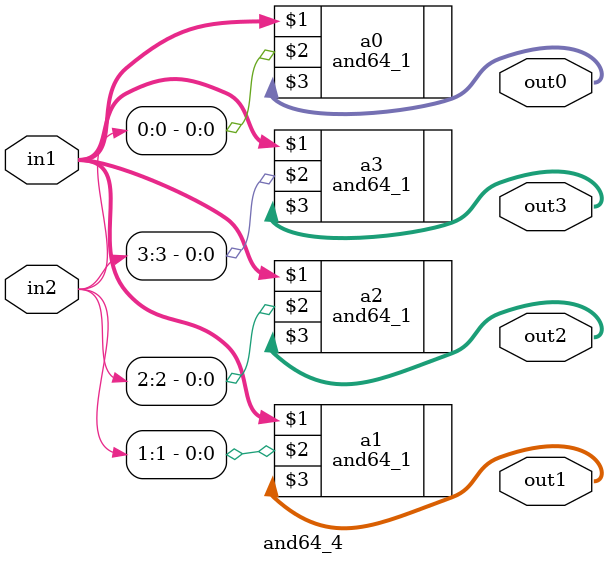
<source format=v>
`include"and64_1.v"
module and64_4(
	input [63:0] in1,
	input [3:0] in2,
	output [63:0] out0,
	output [63:0] out1,
	output [63:0] out2,
	output [63:0] out3
	
);
	and64_1 a0(
		in1[63:0], 
		in2[0], 
		out0[63:0]
		);
	and64_1 a1(
		in1[63:0], 
		in2[1], 
		out1[63:0]
		);
	and64_1 a2(
		in1[63:0], 
		in2[2], 
		out2[63:0]
		);
	and64_1 a3(
		in1[63:0], 
		in2[3], 
		out3[63:0]
		);
endmodule


</source>
